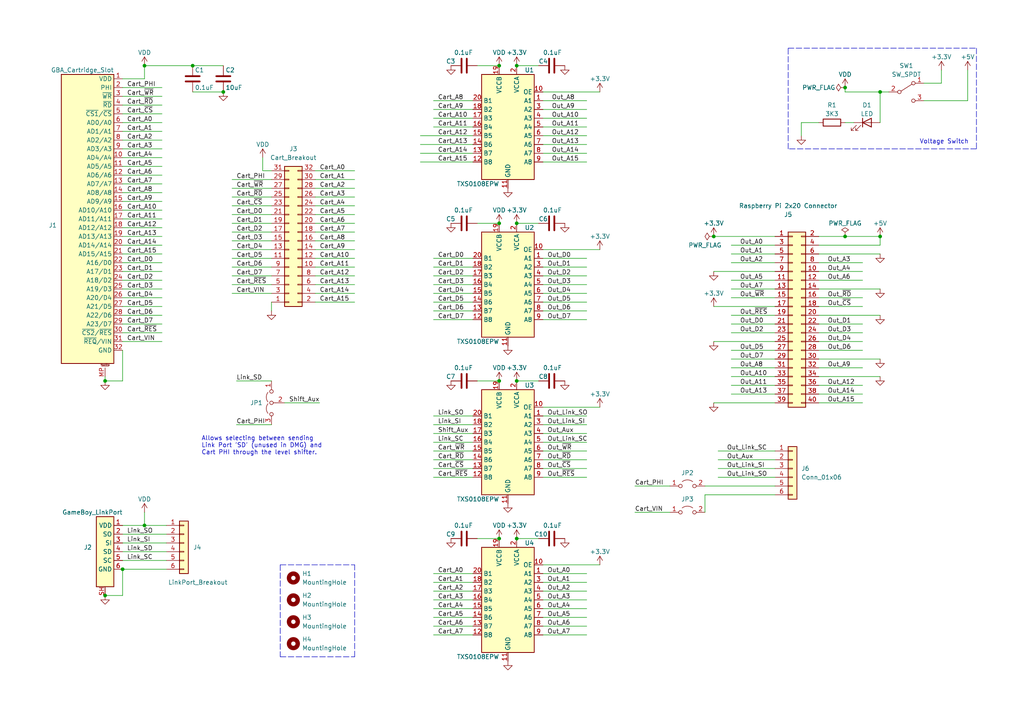
<source format=kicad_sch>
(kicad_sch (version 20211123) (generator eeschema)
  (paper "A4")
  (lib_symbols
    (symbol "Connector_Generic:Conn_01x06" (pin_names (offset 1.016) hide)
      (property "Reference" "J" (at 0 7.62 0))
      (property "Value" "Conn_01x06" (at 0 -10.16 0))
      (symbol "Conn_01x06_1_1"
        (pin passive line (at -5.08 5.08 0) (length 3.81) (name "Pin_1") (number "1"))
        (pin passive line (at -5.08 2.54 0) (length 3.81) (name "Pin_2") (number "2"))
        (pin passive line (at -5.08 0 0) (length 3.81) (name "Pin_3") (number "3"))
        (pin passive line (at -5.08 -2.54 0) (length 3.81) (name "Pin_4") (number "4"))
        (pin passive line (at -5.08 -5.08 0) (length 3.81) (name "Pin_5") (number "5"))
        (pin passive line (at -5.08 -7.62 0) (length 3.81) (name "Pin_6") (number "6"))
      )
    )
    (symbol "Connector_Generic:Conn_02x16_Odd_Even" (pin_names (offset 1.016) hide)
      (property "Reference" "J" (at 1.27 20.32 0))
      (property "Value" "Conn_02x16_Odd_Even" (at 1.27 -22.86 0))
      (symbol "Conn_02x16_Odd_Even_1_1"
        (pin passive line (at -5.08 17.78 0) (length 3.81) (name "Pin_1") (number "1"))
        (pin passive line (at 7.62 7.62 180) (length 3.81) (name "Pin_10") (number "10"))
        (pin passive line (at -5.08 5.08 0) (length 3.81) (name "Pin_11") (number "11"))
        (pin passive line (at 7.62 5.08 180) (length 3.81) (name "Pin_12") (number "12"))
        (pin passive line (at -5.08 2.54 0) (length 3.81) (name "Pin_13") (number "13"))
        (pin passive line (at 7.62 2.54 180) (length 3.81) (name "Pin_14") (number "14"))
        (pin passive line (at -5.08 0 0) (length 3.81) (name "Pin_15") (number "15"))
        (pin passive line (at 7.62 0 180) (length 3.81) (name "Pin_16") (number "16"))
        (pin passive line (at -5.08 -2.54 0) (length 3.81) (name "Pin_17") (number "17"))
        (pin passive line (at 7.62 -2.54 180) (length 3.81) (name "Pin_18") (number "18"))
        (pin passive line (at -5.08 -5.08 0) (length 3.81) (name "Pin_19") (number "19"))
        (pin passive line (at 7.62 17.78 180) (length 3.81) (name "Pin_2") (number "2"))
        (pin passive line (at 7.62 -5.08 180) (length 3.81) (name "Pin_20") (number "20"))
        (pin passive line (at -5.08 -7.62 0) (length 3.81) (name "Pin_21") (number "21"))
        (pin passive line (at 7.62 -7.62 180) (length 3.81) (name "Pin_22") (number "22"))
        (pin passive line (at -5.08 -10.16 0) (length 3.81) (name "Pin_23") (number "23"))
        (pin passive line (at 7.62 -10.16 180) (length 3.81) (name "Pin_24") (number "24"))
        (pin passive line (at -5.08 -12.7 0) (length 3.81) (name "Pin_25") (number "25"))
        (pin passive line (at 7.62 -12.7 180) (length 3.81) (name "Pin_26") (number "26"))
        (pin passive line (at -5.08 -15.24 0) (length 3.81) (name "Pin_27") (number "27"))
        (pin passive line (at 7.62 -15.24 180) (length 3.81) (name "Pin_28") (number "28"))
        (pin passive line (at -5.08 -17.78 0) (length 3.81) (name "Pin_29") (number "29"))
        (pin passive line (at -5.08 15.24 0) (length 3.81) (name "Pin_3") (number "3"))
        (pin passive line (at 7.62 -17.78 180) (length 3.81) (name "Pin_30") (number "30"))
        (pin passive line (at -5.08 -20.32 0) (length 3.81) (name "Pin_31") (number "31"))
        (pin passive line (at 7.62 -20.32 180) (length 3.81) (name "Pin_32") (number "32"))
        (pin passive line (at 7.62 15.24 180) (length 3.81) (name "Pin_4") (number "4"))
        (pin passive line (at -5.08 12.7 0) (length 3.81) (name "Pin_5") (number "5"))
        (pin passive line (at 7.62 12.7 180) (length 3.81) (name "Pin_6") (number "6"))
        (pin passive line (at -5.08 10.16 0) (length 3.81) (name "Pin_7") (number "7"))
        (pin passive line (at 7.62 10.16 180) (length 3.81) (name "Pin_8") (number "8"))
        (pin passive line (at -5.08 7.62 0) (length 3.81) (name "Pin_9") (number "9"))
      )
    )
    (symbol "Connector_Generic:Conn_02x20_Odd_Even" (pin_names (offset 1.016) hide)
      (property "Reference" "J5" (at -1.27 29.21 0))
      (property "Value" "Raspberry Pi 2x20 Connector" (at -1.27 31.75 0))
      (symbol "Conn_02x20_Odd_Even_1_1"
        (pin passive line (at -5.08 22.86 0) (length 3.81) (name "GND") (number "1"))
        (pin passive line (at 7.62 12.7 180) (length 3.81) (name "Zynq_Y19") (number "10"))
        (pin passive line (at -5.08 10.16 0) (length 3.81) (name "Zynq_U7") (number "11"))
        (pin passive line (at 7.62 10.16 180) (length 3.81) (name "Zynq_C20") (number "12"))
        (pin passive line (at -5.08 7.62 0) (length 3.81) (name "Zynq_V7") (number "13"))
        (pin passive line (at 7.62 7.62 180) (length 3.81) (name "GND") (number "14"))
        (pin passive line (at -5.08 5.08 0) (length 3.81) (name "Zynq_U8") (number "15"))
        (pin passive line (at 7.62 5.08 180) (length 3.81) (name "Zynq_W6") (number "16"))
        (pin passive line (at -5.08 2.54 0) (length 3.81) (name "3V3") (number "17"))
        (pin passive line (at 7.62 2.54 180) (length 3.81) (name "Zynq_U18") (number "18"))
        (pin passive line (at -5.08 0 0) (length 3.81) (name "Zynq_V8") (number "19"))
        (pin passive line (at 7.62 22.86 180) (length 3.81) (name "5V") (number "2"))
        (pin passive line (at 7.62 0 180) (length 3.81) (name "GND") (number "20"))
        (pin passive line (at -5.08 -2.54 0) (length 3.81) (name "Zynq_V10") (number "21"))
        (pin passive line (at 7.62 -2.54 180) (length 3.81) (name "Zynq_U19") (number "22"))
        (pin passive line (at -5.08 -5.08 0) (length 3.81) (name "Zynq_W10") (number "23"))
        (pin passive line (at 7.62 -5.08 180) (length 3.81) (name "Zynq_F19") (number "24"))
        (pin passive line (at -5.08 -7.62 0) (length 3.81) (name "GND") (number "25"))
        (pin passive line (at 7.62 -7.62 180) (length 3.81) (name "Zynq_F20") (number "26"))
        (pin passive line (at -5.08 -10.16 0) (length 3.81) (name "Zynq_Y16") (number "27"))
        (pin passive line (at 7.62 -10.16 180) (length 3.81) (name "Zynq_Y17") (number "28"))
        (pin passive line (at -5.08 -12.7 0) (length 3.81) (name "Zynq_Y6") (number "29"))
        (pin passive line (at -5.08 20.32 0) (length 3.81) (name "Zynq_W18") (number "3"))
        (pin passive line (at 7.62 -12.7 180) (length 3.81) (name "GND") (number "30"))
        (pin passive line (at -5.08 -15.24 0) (length 3.81) (name "Zynq_Y7") (number "31"))
        (pin passive line (at 7.62 -15.24 180) (length 3.81) (name "Zynq_B20") (number "32"))
        (pin passive line (at -5.08 -17.78 0) (length 3.81) (name "Zynq_W8") (number "33"))
        (pin passive line (at 7.62 -17.78 180) (length 3.81) (name "GND") (number "34"))
        (pin passive line (at -5.08 -20.32 0) (length 3.81) (name "Zynq_Y8") (number "35"))
        (pin passive line (at 7.62 -20.32 180) (length 3.81) (name "Zynq_B19") (number "36"))
        (pin passive line (at -5.08 -22.86 0) (length 3.81) (name "Zynq_W9") (number "37"))
        (pin passive line (at 7.62 -22.86 180) (length 3.81) (name "Zynq_A20") (number "38"))
        (pin passive line (at -5.08 -25.4 0) (length 3.81) (name "GND") (number "39"))
        (pin passive line (at 7.62 20.32 180) (length 3.81) (name "5V") (number "4"))
        (pin passive line (at 7.62 -25.4 180) (length 3.81) (name "Zynq_Y9") (number "40"))
        (pin passive line (at -5.08 17.78 0) (length 3.81) (name "Zynq_W19") (number "5"))
        (pin passive line (at 7.62 17.78 180) (length 3.81) (name "GND") (number "6"))
        (pin passive line (at -5.08 15.24 0) (length 3.81) (name "Zynq_V6") (number "7"))
        (pin passive line (at 7.62 15.24 180) (length 3.81) (name "Zynq_Y18") (number "8"))
        (pin passive line (at -5.08 12.7 0) (length 3.81) (name "GND") (number "9"))
      )
    )
    (symbol "Device:C" (pin_numbers hide) (pin_names (offset 0.254))
      (property "Reference" "C" (at 0.635 2.54 0))
      (property "Value" "C" (at 0.635 -2.54 0))
      (symbol "C_1_1"
        (pin passive line (at 0 3.81 270) (length 2.794) (name "~") (number "1"))
        (pin passive line (at 0 -3.81 90) (length 2.794) (name "~") (number "2"))
      )
    )
    (symbol "Device:LED" (pin_numbers hide) (pin_names (offset 1.016) hide)
      (property "Reference" "D" (at 0 2.54 0))
      (property "Value" "LED" (at 0 -2.54 0))
      (symbol "LED_1_1"
        (pin passive line (at -3.81 0 0) (length 2.54) (name "K") (number "1"))
        (pin passive line (at 3.81 0 180) (length 2.54) (name "A") (number "2"))
      )
    )
    (symbol "Device:R" (pin_numbers hide) (pin_names (offset 0))
      (property "Reference" "R" (at 2.032 0 90))
      (property "Value" "R" (at 0 0 90))
      (symbol "R_1_1"
        (pin passive line (at 0 3.81 270) (length 1.27) (name "~") (number "1"))
        (pin passive line (at 0 -3.81 90) (length 1.27) (name "~") (number "2"))
      )
    )
    (symbol "Gekkio_Connector_Specialized:GameBoyAdvance_Cartridge_MountingPin"
      (property "Reference" "J" (at -5.08 43.18 0))
      (property "Value" "GameBoyAdvance_Cartridge_MountingPin" (at -3.81 -44.45 0))
      (symbol "GameBoyAdvance_Cartridge_MountingPin_1_1"
        (text "Mounting" (at -5.08 -42.291 0) (effects (font (size 0.381 0.381))))
        (pin passive line (at -10.16 40.64 0) (length 2.54) (name "VDD") (number "1"))
        (pin passive line (at -10.16 17.78 0) (length 2.54) (name "AD4/A4") (number "10"))
        (pin passive line (at -10.16 15.24 0) (length 2.54) (name "AD5/A5") (number "11"))
        (pin passive line (at -10.16 12.7 0) (length 2.54) (name "AD6/A6") (number "12"))
        (pin passive line (at -10.16 10.16 0) (length 2.54) (name "AD7/A7") (number "13"))
        (pin passive line (at -10.16 7.62 0) (length 2.54) (name "AD8/A8") (number "14"))
        (pin passive line (at -10.16 5.08 0) (length 2.54) (name "AD9/A9") (number "15"))
        (pin passive line (at -10.16 2.54 0) (length 2.54) (name "AD10/A10") (number "16"))
        (pin passive line (at -10.16 0 0) (length 2.54) (name "AD11/A11") (number "17"))
        (pin passive line (at -10.16 -2.54 0) (length 2.54) (name "AD12/A12") (number "18"))
        (pin passive line (at -10.16 -5.08 0) (length 2.54) (name "AD13/A13") (number "19"))
        (pin passive line (at -10.16 38.1 0) (length 2.54) (name "PHI") (number "2"))
        (pin passive line (at -10.16 -7.62 0) (length 2.54) (name "AD14/A14") (number "20"))
        (pin passive line (at -10.16 -10.16 0) (length 2.54) (name "AD15/A15") (number "21"))
        (pin passive line (at -10.16 -12.7 0) (length 2.54) (name "A16/D0") (number "22"))
        (pin passive line (at -10.16 -15.24 0) (length 2.54) (name "A17/D1") (number "23"))
        (pin passive line (at -10.16 -17.78 0) (length 2.54) (name "A18/D2") (number "24"))
        (pin passive line (at -10.16 -20.32 0) (length 2.54) (name "A19/D3") (number "25"))
        (pin passive line (at -10.16 -22.86 0) (length 2.54) (name "A20/D4") (number "26"))
        (pin passive line (at -10.16 -25.4 0) (length 2.54) (name "A21/D5") (number "27"))
        (pin passive line (at -10.16 -27.94 0) (length 2.54) (name "A22/D6") (number "28"))
        (pin passive line (at -10.16 -30.48 0) (length 2.54) (name "A23/D7") (number "29"))
        (pin passive line (at -10.16 35.56 0) (length 2.54) (name "~{WR}") (number "3"))
        (pin passive line (at -10.16 -33.02 0) (length 2.54) (name "~{CS2}/~{RES}") (number "30"))
        (pin passive line (at -10.16 -35.56 0) (length 2.54) (name "~{REQ}/VIN") (number "31"))
        (pin passive line (at -10.16 -38.1 0) (length 2.54) (name "GND") (number "32"))
        (pin passive line (at -10.16 33.02 0) (length 2.54) (name "~{RD}") (number "4"))
        (pin passive line (at -10.16 30.48 0) (length 2.54) (name "~{CS1}/~{CS}") (number "5"))
        (pin passive line (at -10.16 27.94 0) (length 2.54) (name "AD0/A0") (number "6"))
        (pin passive line (at -10.16 25.4 0) (length 2.54) (name "AD1/A1") (number "7"))
        (pin passive line (at -10.16 22.86 0) (length 2.54) (name "AD2/A2") (number "8"))
        (pin passive line (at -10.16 20.32 0) (length 2.54) (name "AD3/A3") (number "9"))
        (pin passive line (at -5.08 -45.72 90) (length 2.54) (name "~") (number "MP"))
      )
    )
    (symbol "Gekkio_Connector_Specialized:GameBoy_LinkPort"
      (property "Reference" "J" (at 0 13.97 0))
      (property "Value" "GameBoy_LinkPort" (at 0 11.43 0))
      (symbol "GameBoy_LinkPort_1_1"
        (pin passive line (at -5.08 7.62 0) (length 2.54) (name "VDD") (number "1"))
        (pin passive line (at -5.08 5.08 0) (length 2.54) (name "SO") (number "2"))
        (pin passive line (at -5.08 2.54 0) (length 2.54) (name "SI") (number "3"))
        (pin passive line (at -5.08 0 0) (length 2.54) (name "SD") (number "4"))
        (pin passive line (at -5.08 -2.54 0) (length 2.54) (name "SC") (number "5"))
        (pin passive line (at -5.08 -5.08 0) (length 2.54) (name "GND") (number "6"))
        (pin passive line (at 0 -12.7 90) (length 2.54) (name "~") (number "SH"))
      )
    )
    (symbol "Jumper:Jumper_2_Open" (pin_names (offset 0) hide)
      (property "Reference" "JP" (at 0 2.794 0))
      (property "Value" "Jumper_2_Open" (at 0 -2.286 0))
      (symbol "Jumper_2_Open_1_1"
        (pin passive line (at -5.08 0 0) (length 2.54) (name "A") (number "1"))
        (pin passive line (at 5.08 0 180) (length 2.54) (name "B") (number "2"))
      )
    )
    (symbol "Jumper:Jumper_3_Open" (pin_names (offset 0) hide)
      (property "Reference" "JP" (at -2.54 -2.54 0))
      (property "Value" "Jumper_3_Open" (at 0 2.794 0))
      (symbol "Jumper_3_Open_1_1"
        (pin passive line (at -6.35 0 0) (length 2.54) (name "A") (number "1"))
        (pin passive line (at 0 -3.81 90) (length 2.54) (name "C") (number "2"))
        (pin passive line (at 6.35 0 180) (length 2.54) (name "B") (number "3"))
      )
    )
    (symbol "Logic_LevelTranslator:TXS0108EPW"
      (property "Reference" "U" (at -6.35 16.51 0))
      (property "Value" "TXS0108EPW" (at 3.81 16.51 0))
      (symbol "TXS0108EPW_1_1"
        (pin bidirectional line (at -10.16 7.62 0) (length 2.54) (name "A1") (number "1"))
        (pin input line (at -10.16 10.16 0) (length 2.54) (name "OE") (number "10"))
        (pin power_in line (at 0 -17.78 90) (length 2.54) (name "GND") (number "11"))
        (pin bidirectional line (at 10.16 -10.16 180) (length 2.54) (name "B8") (number "12"))
        (pin bidirectional line (at 10.16 -7.62 180) (length 2.54) (name "B7") (number "13"))
        (pin bidirectional line (at 10.16 -5.08 180) (length 2.54) (name "B6") (number "14"))
        (pin bidirectional line (at 10.16 -2.54 180) (length 2.54) (name "B5") (number "15"))
        (pin bidirectional line (at 10.16 0 180) (length 2.54) (name "B4") (number "16"))
        (pin bidirectional line (at 10.16 2.54 180) (length 2.54) (name "B3") (number "17"))
        (pin bidirectional line (at 10.16 5.08 180) (length 2.54) (name "B2") (number "18"))
        (pin power_in line (at 2.54 17.78 270) (length 2.54) (name "VCCB") (number "19"))
        (pin power_in line (at -2.54 17.78 270) (length 2.54) (name "VCCA") (number "2"))
        (pin bidirectional line (at 10.16 7.62 180) (length 2.54) (name "B1") (number "20"))
        (pin bidirectional line (at -10.16 5.08 0) (length 2.54) (name "A2") (number "3"))
        (pin bidirectional line (at -10.16 2.54 0) (length 2.54) (name "A3") (number "4"))
        (pin bidirectional line (at -10.16 0 0) (length 2.54) (name "A4") (number "5"))
        (pin bidirectional line (at -10.16 -2.54 0) (length 2.54) (name "A5") (number "6"))
        (pin bidirectional line (at -10.16 -5.08 0) (length 2.54) (name "A6") (number "7"))
        (pin bidirectional line (at -10.16 -7.62 0) (length 2.54) (name "A7") (number "8"))
        (pin bidirectional line (at -10.16 -10.16 0) (length 2.54) (name "A8") (number "9"))
      )
    )
    (symbol "Mechanical:MountingHole" (pin_names (offset 1.016))
      (property "Reference" "H" (at 0 5.08 0))
      (property "Value" "MountingHole" (at 0 3.175 0))
    )
    (symbol "Switch:SW_SPDT" (pin_names (offset 0) hide)
      (property "Reference" "SW" (at 0 4.318 0))
      (property "Value" "SW_SPDT" (at 0 -5.08 0))
      (symbol "SW_SPDT_1_1"
        (pin passive line (at 5.08 2.54 180) (length 2.54) (name "A") (number "1"))
        (pin passive line (at -5.08 0 0) (length 2.54) (name "B") (number "2"))
        (pin passive line (at 5.08 -2.54 180) (length 2.54) (name "C") (number "3"))
      )
    )
    (symbol "power:+3.3V" (power) (pin_names (offset 0))
      (property "Value" "+3.3V" (at 0 3.556 0))
      (symbol "+3.3V_1_1"
        (pin power_in line (at 0 0 90) (length 0) hide (name "+3.3V") (number "1"))
      )
    )
    (symbol "power:+5V" (power) (pin_names (offset 0))
      (property "Value" "+5V" (at 0 3.556 0))
      (symbol "+5V_1_1"
        (pin power_in line (at 0 0 90) (length 0) hide (name "+5V") (number "1"))
      )
    )
    (symbol "power:GND" (power) (pin_names (offset 0))
      (property "Value" "GND" (at 0 -3.81 0))
      (symbol "GND_1_1"
        (pin power_in line (at 0 0 270) (length 0) hide (name "GND") (number "1"))
      )
    )
    (symbol "power:PWR_FLAG" (power) (pin_numbers hide) (pin_names (offset 0) hide)
      (property "Value" "PWR_FLAG" (at 0 3.81 0))
      (symbol "PWR_FLAG_0_0"
        (pin power_out line (at 0 0 90) (length 0) (name "pwr") (number "1"))
      )
    )
    (symbol "power:VDD" (power) (pin_names (offset 0))
      (property "Value" "VDD" (at 0 3.81 0))
      (symbol "VDD_1_1"
        (pin power_in line (at 0 0 90) (length 0) hide (name "VDD") (number "1"))
      )
    )
  )
  (junction (at 144.78 19.05))
  (junction (at 30.48 110.49))
  (junction (at 245.11 68.58))
  (junction (at 64.77 26.67))
  (junction (at 144.78 64.77))
  (junction (at 144.78 156.21))
  (junction (at 245.11 25.4))
  (junction (at 30.48 172.72))
  (junction (at 255.27 68.58))
  (junction (at 255.27 26.67))
  (junction (at 35.56 165.1))
  (junction (at 149.86 19.05))
  (junction (at 55.88 19.05))
  (junction (at 149.86 110.49))
  (junction (at 149.86 156.21))
  (junction (at 41.91 152.4))
  (junction (at 144.78 110.49))
  (junction (at 207.01 68.58))
  (junction (at 41.91 19.05))
  (junction (at 149.86 64.77))
  (polyline (pts (xy 81.28 190.5) (xy 102.87 190.5)))
  (wire (pts (xy 237.49 114.3) (xy 250.19 114.3)))
  (wire (pts (xy 157.48 46.99) (xy 170.18 46.99)))
  (wire (pts (xy 67.31 59.69) (xy 78.74 59.69)))
  (wire (pts (xy 212.09 96.52) (xy 224.79 96.52)))
  (wire (pts (xy 157.48 74.93) (xy 170.18 74.93)))
  (wire (pts (xy 208.28 135.89) (xy 224.79 135.89)))
  (wire (pts (xy 121.92 44.45) (xy 137.16 44.45)))
  (wire (pts (xy 35.56 96.52) (xy 46.99 96.52)))
  (wire (pts (xy 125.73 179.07) (xy 137.16 179.07)))
  (wire (pts (xy 125.73 166.37) (xy 137.16 166.37)))
  (wire (pts (xy 121.92 46.99) (xy 137.16 46.99)))
  (wire (pts (xy 157.48 163.83) (xy 173.99 163.83)))
  (wire (pts (xy 273.05 24.13) (xy 273.05 20.32)))
  (wire (pts (xy 35.56 58.42) (xy 46.99 58.42)))
  (wire (pts (xy 280.67 20.32) (xy 280.67 29.21)))
  (wire (pts (xy 157.48 173.99) (xy 170.18 173.99)))
  (wire (pts (xy 208.28 133.35) (xy 224.79 133.35)))
  (wire (pts (xy 157.48 171.45) (xy 170.18 171.45)))
  (wire (pts (xy 125.73 34.29) (xy 137.16 34.29)))
  (wire (pts (xy 35.56 30.48) (xy 46.99 30.48)))
  (wire (pts (xy 91.44 57.15) (xy 102.87 57.15)))
  (wire (pts (xy 41.91 19.05) (xy 41.91 22.86)))
  (wire (pts (xy 68.58 110.49) (xy 78.74 110.49)))
  (wire (pts (xy 212.09 81.28) (xy 224.79 81.28)))
  (wire (pts (xy 91.44 72.39) (xy 102.87 72.39)))
  (wire (pts (xy 35.56 88.9) (xy 46.99 88.9)))
  (wire (pts (xy 76.2 45.72) (xy 76.2 49.53)))
  (wire (pts (xy 237.49 71.12) (xy 255.27 71.12)))
  (wire (pts (xy 125.73 133.35) (xy 137.16 133.35)))
  (wire (pts (xy 30.48 110.49) (xy 35.56 110.49)))
  (wire (pts (xy 157.48 29.21) (xy 170.18 29.21)))
  (wire (pts (xy 208.28 138.43) (xy 224.79 138.43)))
  (wire (pts (xy 212.09 93.98) (xy 224.79 93.98)))
  (wire (pts (xy 125.73 92.71) (xy 137.16 92.71)))
  (wire (pts (xy 35.56 60.96) (xy 46.99 60.96)))
  (wire (pts (xy 35.56 172.72) (xy 30.48 172.72)))
  (wire (pts (xy 121.92 41.91) (xy 137.16 41.91)))
  (wire (pts (xy 212.09 83.82) (xy 224.79 83.82)))
  (wire (pts (xy 212.09 111.76) (xy 224.79 111.76)))
  (wire (pts (xy 157.48 181.61) (xy 170.18 181.61)))
  (polyline (pts (xy 228.6 13.97) (xy 283.21 13.97)))
  (wire (pts (xy 237.49 106.68) (xy 250.19 106.68)))
  (wire (pts (xy 157.48 176.53) (xy 170.18 176.53)))
  (wire (pts (xy 35.56 33.02) (xy 46.99 33.02)))
  (wire (pts (xy 267.97 29.21) (xy 280.67 29.21)))
  (wire (pts (xy 67.31 57.15) (xy 78.74 57.15)))
  (wire (pts (xy 91.44 52.07) (xy 102.87 52.07)))
  (wire (pts (xy 55.88 26.67) (xy 64.77 26.67)))
  (wire (pts (xy 41.91 148.59) (xy 41.91 152.4)))
  (wire (pts (xy 125.73 90.17) (xy 137.16 90.17)))
  (wire (pts (xy 67.31 82.55) (xy 78.74 82.55)))
  (wire (pts (xy 91.44 74.93) (xy 102.87 74.93)))
  (wire (pts (xy 35.56 35.56) (xy 46.99 35.56)))
  (wire (pts (xy 157.48 82.55) (xy 170.18 82.55)))
  (wire (pts (xy 67.31 62.23) (xy 78.74 62.23)))
  (wire (pts (xy 67.31 72.39) (xy 78.74 72.39)))
  (wire (pts (xy 255.27 68.58) (xy 255.27 71.12)))
  (wire (pts (xy 35.56 43.18) (xy 46.99 43.18)))
  (wire (pts (xy 35.56 152.4) (xy 41.91 152.4)))
  (wire (pts (xy 41.91 19.05) (xy 55.88 19.05)))
  (wire (pts (xy 76.2 49.53) (xy 78.74 49.53)))
  (wire (pts (xy 184.15 148.59) (xy 194.31 148.59)))
  (wire (pts (xy 35.56 66.04) (xy 46.99 66.04)))
  (wire (pts (xy 125.73 77.47) (xy 137.16 77.47)))
  (wire (pts (xy 237.49 88.9) (xy 250.19 88.9)))
  (wire (pts (xy 91.44 62.23) (xy 102.87 62.23)))
  (wire (pts (xy 157.48 179.07) (xy 170.18 179.07)))
  (wire (pts (xy 237.49 111.76) (xy 250.19 111.76)))
  (wire (pts (xy 67.31 80.01) (xy 78.74 80.01)))
  (wire (pts (xy 125.73 168.91) (xy 137.16 168.91)))
  (wire (pts (xy 184.15 140.97) (xy 194.31 140.97)))
  (wire (pts (xy 237.49 104.14) (xy 255.27 104.14)))
  (wire (pts (xy 157.48 39.37) (xy 170.18 39.37)))
  (wire (pts (xy 267.97 24.13) (xy 273.05 24.13)))
  (wire (pts (xy 237.49 73.66) (xy 255.27 73.66)))
  (wire (pts (xy 67.31 54.61) (xy 78.74 54.61)))
  (wire (pts (xy 157.48 34.29) (xy 170.18 34.29)))
  (wire (pts (xy 237.49 83.82) (xy 255.27 83.82)))
  (wire (pts (xy 35.56 73.66) (xy 46.99 73.66)))
  (wire (pts (xy 138.43 110.49) (xy 144.78 110.49)))
  (wire (pts (xy 91.44 49.53) (xy 102.87 49.53)))
  (wire (pts (xy 125.73 29.21) (xy 137.16 29.21)))
  (wire (pts (xy 35.56 22.86) (xy 41.91 22.86)))
  (wire (pts (xy 207.01 88.9) (xy 224.79 88.9)))
  (wire (pts (xy 237.49 96.52) (xy 250.19 96.52)))
  (wire (pts (xy 212.09 91.44) (xy 224.79 91.44)))
  (wire (pts (xy 35.56 53.34) (xy 46.99 53.34)))
  (wire (pts (xy 237.49 99.06) (xy 250.19 99.06)))
  (wire (pts (xy 237.49 116.84) (xy 250.19 116.84)))
  (wire (pts (xy 138.43 64.77) (xy 144.78 64.77)))
  (wire (pts (xy 125.73 80.01) (xy 137.16 80.01)))
  (wire (pts (xy 125.73 138.43) (xy 137.16 138.43)))
  (wire (pts (xy 208.28 130.81) (xy 224.79 130.81)))
  (wire (pts (xy 35.56 99.06) (xy 46.99 99.06)))
  (wire (pts (xy 157.48 92.71) (xy 170.18 92.71)))
  (wire (pts (xy 237.49 86.36) (xy 250.19 86.36)))
  (wire (pts (xy 232.41 35.56) (xy 232.41 39.37)))
  (wire (pts (xy 237.49 93.98) (xy 250.19 93.98)))
  (wire (pts (xy 157.48 87.63) (xy 170.18 87.63)))
  (wire (pts (xy 212.09 76.2) (xy 224.79 76.2)))
  (wire (pts (xy 207.01 99.06) (xy 224.79 99.06)))
  (wire (pts (xy 67.31 85.09) (xy 78.74 85.09)))
  (wire (pts (xy 212.09 109.22) (xy 224.79 109.22)))
  (wire (pts (xy 30.48 109.22) (xy 30.48 110.49)))
  (wire (pts (xy 237.49 109.22) (xy 255.27 109.22)))
  (wire (pts (xy 125.73 36.83) (xy 137.16 36.83)))
  (wire (pts (xy 35.56 91.44) (xy 46.99 91.44)))
  (wire (pts (xy 35.56 165.1) (xy 48.26 165.1)))
  (wire (pts (xy 255.27 26.67) (xy 255.27 35.56)))
  (wire (pts (xy 157.48 90.17) (xy 170.18 90.17)))
  (wire (pts (xy 35.56 40.64) (xy 46.99 40.64)))
  (wire (pts (xy 212.09 101.6) (xy 224.79 101.6)))
  (wire (pts (xy 157.48 31.75) (xy 170.18 31.75)))
  (polyline (pts (xy 283.21 43.18) (xy 228.6 43.18)))
  (wire (pts (xy 68.58 123.19) (xy 78.74 123.19)))
  (wire (pts (xy 157.48 120.65) (xy 170.18 120.65)))
  (wire (pts (xy 204.47 140.97) (xy 224.79 140.97)))
  (wire (pts (xy 125.73 135.89) (xy 137.16 135.89)))
  (wire (pts (xy 157.48 85.09) (xy 170.18 85.09)))
  (wire (pts (xy 157.48 80.01) (xy 170.18 80.01)))
  (wire (pts (xy 212.09 104.14) (xy 224.79 104.14)))
  (wire (pts (xy 35.56 81.28) (xy 46.99 81.28)))
  (wire (pts (xy 157.48 26.67) (xy 173.99 26.67)))
  (wire (pts (xy 125.73 87.63) (xy 137.16 87.63)))
  (wire (pts (xy 125.73 181.61) (xy 137.16 181.61)))
  (wire (pts (xy 35.56 157.48) (xy 48.26 157.48)))
  (wire (pts (xy 125.73 82.55) (xy 137.16 82.55)))
  (wire (pts (xy 67.31 77.47) (xy 78.74 77.47)))
  (polyline (pts (xy 102.87 190.5) (xy 102.87 163.83)))
  (wire (pts (xy 35.56 83.82) (xy 46.99 83.82)))
  (wire (pts (xy 157.48 72.39) (xy 173.99 72.39)))
  (wire (pts (xy 157.48 133.35) (xy 170.18 133.35)))
  (wire (pts (xy 157.48 36.83) (xy 170.18 36.83)))
  (wire (pts (xy 125.73 74.93) (xy 137.16 74.93)))
  (wire (pts (xy 35.56 86.36) (xy 46.99 86.36)))
  (wire (pts (xy 35.56 55.88) (xy 46.99 55.88)))
  (wire (pts (xy 35.56 71.12) (xy 46.99 71.12)))
  (wire (pts (xy 125.73 171.45) (xy 137.16 171.45)))
  (wire (pts (xy 91.44 64.77) (xy 102.87 64.77)))
  (wire (pts (xy 35.56 154.94) (xy 48.26 154.94)))
  (wire (pts (xy 125.73 120.65) (xy 137.16 120.65)))
  (wire (pts (xy 67.31 64.77) (xy 78.74 64.77)))
  (wire (pts (xy 82.55 116.84) (xy 92.71 116.84)))
  (wire (pts (xy 157.48 135.89) (xy 170.18 135.89)))
  (wire (pts (xy 35.56 172.72) (xy 35.56 165.1)))
  (wire (pts (xy 125.73 85.09) (xy 137.16 85.09)))
  (wire (pts (xy 78.74 87.63) (xy 78.74 90.17)))
  (wire (pts (xy 237.49 101.6) (xy 250.19 101.6)))
  (wire (pts (xy 207.01 68.58) (xy 224.79 68.58)))
  (wire (pts (xy 35.56 162.56) (xy 48.26 162.56)))
  (wire (pts (xy 237.49 76.2) (xy 250.19 76.2)))
  (wire (pts (xy 91.44 54.61) (xy 102.87 54.61)))
  (wire (pts (xy 156.21 64.77) (xy 149.86 64.77)))
  (wire (pts (xy 125.73 130.81) (xy 137.16 130.81)))
  (wire (pts (xy 35.56 160.02) (xy 48.26 160.02)))
  (wire (pts (xy 212.09 106.68) (xy 224.79 106.68)))
  (wire (pts (xy 237.49 68.58) (xy 245.11 68.58)))
  (polyline (pts (xy 81.28 163.83) (xy 81.28 190.5)))
  (wire (pts (xy 156.21 110.49) (xy 149.86 110.49)))
  (wire (pts (xy 237.49 81.28) (xy 250.19 81.28)))
  (wire (pts (xy 125.73 31.75) (xy 137.16 31.75)))
  (wire (pts (xy 35.56 93.98) (xy 46.99 93.98)))
  (wire (pts (xy 55.88 19.05) (xy 64.77 19.05)))
  (wire (pts (xy 156.21 19.05) (xy 149.86 19.05)))
  (wire (pts (xy 212.09 73.66) (xy 224.79 73.66)))
  (wire (pts (xy 237.49 35.56) (xy 232.41 35.56)))
  (wire (pts (xy 157.48 138.43) (xy 170.18 138.43)))
  (wire (pts (xy 212.09 71.12) (xy 224.79 71.12)))
  (wire (pts (xy 237.49 78.74) (xy 250.19 78.74)))
  (wire (pts (xy 157.48 128.27) (xy 170.18 128.27)))
  (wire (pts (xy 91.44 77.47) (xy 102.87 77.47)))
  (wire (pts (xy 67.31 74.93) (xy 78.74 74.93)))
  (wire (pts (xy 212.09 114.3) (xy 224.79 114.3)))
  (wire (pts (xy 91.44 87.63) (xy 102.87 87.63)))
  (wire (pts (xy 204.47 148.59) (xy 204.47 143.51)))
  (wire (pts (xy 125.73 125.73) (xy 137.16 125.73)))
  (wire (pts (xy 255.27 26.67) (xy 257.81 26.67)))
  (wire (pts (xy 35.56 63.5) (xy 46.99 63.5)))
  (wire (pts (xy 212.09 86.36) (xy 224.79 86.36)))
  (wire (pts (xy 35.56 27.94) (xy 46.99 27.94)))
  (wire (pts (xy 67.31 52.07) (xy 78.74 52.07)))
  (wire (pts (xy 67.31 67.31) (xy 78.74 67.31)))
  (wire (pts (xy 157.48 168.91) (xy 170.18 168.91)))
  (wire (pts (xy 138.43 156.21) (xy 144.78 156.21)))
  (wire (pts (xy 156.21 156.21) (xy 149.86 156.21)))
  (polyline (pts (xy 81.28 163.83) (xy 102.87 163.83)))
  (wire (pts (xy 35.56 50.8) (xy 46.99 50.8)))
  (wire (pts (xy 157.48 125.73) (xy 170.18 125.73)))
  (wire (pts (xy 35.56 76.2) (xy 46.99 76.2)))
  (wire (pts (xy 207.01 116.84) (xy 224.79 116.84)))
  (wire (pts (xy 245.11 26.67) (xy 245.11 25.4)))
  (wire (pts (xy 35.56 110.49) (xy 35.56 101.6)))
  (wire (pts (xy 207.01 78.74) (xy 224.79 78.74)))
  (wire (pts (xy 157.48 123.19) (xy 170.18 123.19)))
  (wire (pts (xy 125.73 128.27) (xy 137.16 128.27)))
  (wire (pts (xy 91.44 67.31) (xy 102.87 67.31)))
  (wire (pts (xy 157.48 184.15) (xy 170.18 184.15)))
  (wire (pts (xy 121.92 39.37) (xy 137.16 39.37)))
  (polyline (pts (xy 283.21 13.97) (xy 283.21 43.18)))
  (wire (pts (xy 157.48 77.47) (xy 170.18 77.47)))
  (wire (pts (xy 91.44 80.01) (xy 102.87 80.01)))
  (wire (pts (xy 91.44 85.09) (xy 102.87 85.09)))
  (wire (pts (xy 125.73 173.99) (xy 137.16 173.99)))
  (wire (pts (xy 245.11 35.56) (xy 247.65 35.56)))
  (wire (pts (xy 157.48 41.91) (xy 170.18 41.91)))
  (wire (pts (xy 157.48 166.37) (xy 170.18 166.37)))
  (wire (pts (xy 35.56 68.58) (xy 46.99 68.58)))
  (wire (pts (xy 157.48 118.11) (xy 173.99 118.11)))
  (wire (pts (xy 157.48 44.45) (xy 170.18 44.45)))
  (wire (pts (xy 67.31 69.85) (xy 78.74 69.85)))
  (wire (pts (xy 245.11 26.67) (xy 255.27 26.67)))
  (wire (pts (xy 35.56 78.74) (xy 46.99 78.74)))
  (wire (pts (xy 138.43 19.05) (xy 144.78 19.05)))
  (wire (pts (xy 125.73 184.15) (xy 137.16 184.15)))
  (wire (pts (xy 157.48 130.81) (xy 170.18 130.81)))
  (wire (pts (xy 245.11 68.58) (xy 255.27 68.58)))
  (wire (pts (xy 204.47 143.51) (xy 224.79 143.51)))
  (wire (pts (xy 125.73 176.53) (xy 137.16 176.53)))
  (wire (pts (xy 125.73 123.19) (xy 137.16 123.19)))
  (wire (pts (xy 41.91 152.4) (xy 48.26 152.4)))
  (wire (pts (xy 237.49 91.44) (xy 255.27 91.44)))
  (wire (pts (xy 35.56 38.1) (xy 46.99 38.1)))
  (wire (pts (xy 91.44 59.69) (xy 102.87 59.69)))
  (wire (pts (xy 35.56 45.72) (xy 46.99 45.72)))
  (wire (pts (xy 91.44 69.85) (xy 102.87 69.85)))
  (wire (pts (xy 35.56 25.4) (xy 46.99 25.4)))
  (wire (pts (xy 91.44 82.55) (xy 102.87 82.55)))
  (polyline (pts (xy 228.6 43.18) (xy 228.6 13.97)))
  (wire (pts (xy 35.56 48.26) (xy 46.99 48.26)))
  (text "Voltage Switch\n" (at 266.7 41.91 0) (effects (font (size 1.27 1.27)) (justify left bottom)))
  (text "Allows selecting between sending\nLink Port 'SD' (unused in DMG) and\nCart PHI through the level shifter." (at 58.42 132.08 0) (effects (font (size 1.27 1.27)) (justify left bottom)))
  (label "Out_A9" (at 160.02 31.75 0))
  (label "Out_~{RES}" (at 158.75 138.43 0))
  (label "Cart_D1" (at 36.83 78.74 0))
  (label "Link_SC" (at 127 128.27 0))
  (label "Cart_D4" (at 127 85.09 0))
  (label "Cart_D4" (at 36.83 86.36 0))
  (label "Cart_A14" (at 127 44.45 0))
  (label "Cart_A10" (at 127 34.29 0))
  (label "Cart_A4" (at 36.83 45.72 0))
  (label "Link_SI" (at 127 123.19 0))
  (label "Cart_A6" (at 36.83 50.8 0))
  (label "Out_D4" (at 158.75 85.09 0))
  (label "Out_Link_SI" (at 210.82 135.89 0))
  (label "Out_Link_SI" (at 158.75 123.19 0))
  (label "Shift_Aux" (at 83.82 116.84 0))
  (label "Out_D2" (at 214.63 96.52 0))
  (label "Cart_A15" (at 36.83 73.66 0))
  (label "Out_A14" (at 240.03 114.3 0))
  (label "Shift_Aux" (at 127 125.73 0))
  (label "Cart_D7" (at 127 92.71 0))
  (label "Cart_A5" (at 92.71 62.23 0))
  (label "Cart_D7" (at 36.83 93.98 0))
  (label "Link_SO" (at 36.83 154.94 0))
  (label "Cart_A8" (at 92.71 69.85 0))
  (label "Link_SO" (at 127 120.65 0))
  (label "Out_D7" (at 214.63 104.14 0))
  (label "Out_A13" (at 214.63 114.3 0))
  (label "Cart_A9" (at 92.71 72.39 0))
  (label "Cart_D7" (at 68.58 80.01 0))
  (label "Cart_PHI" (at 68.58 123.19 0))
  (label "Cart_A8" (at 36.83 55.88 0))
  (label "Out_A11" (at 160.02 36.83 0))
  (label "Cart_~{WR}" (at 36.83 27.94 0))
  (label "Cart_D3" (at 68.58 69.85 0))
  (label "Out_D0" (at 214.63 93.98 0))
  (label "Cart_D3" (at 36.83 83.82 0))
  (label "Out_A6" (at 158.75 181.61 0))
  (label "Out_A15" (at 240.03 116.84 0))
  (label "Cart_A10" (at 36.83 60.96 0))
  (label "Out_~{CS}" (at 240.03 88.9 0))
  (label "Cart_A14" (at 92.71 85.09 0))
  (label "Cart_A11" (at 92.71 77.47 0))
  (label "Link_SD" (at 68.58 110.49 0))
  (label "Out_A2" (at 214.63 76.2 0))
  (label "Cart_~{CS}" (at 127 135.89 0))
  (label "Cart_A0" (at 92.71 49.53 0))
  (label "Cart_A4" (at 127 176.53 0))
  (label "Out_A8" (at 214.63 106.68 0))
  (label "Cart_VIN" (at 68.58 85.09 0))
  (label "Cart_~{WR}" (at 127 130.81 0))
  (label "Cart_A10" (at 92.71 74.93 0))
  (label "Cart_A13" (at 92.71 82.55 0))
  (label "Cart_~{RES}" (at 127 138.43 0))
  (label "Cart_D5" (at 36.83 88.9 0))
  (label "Cart_A3" (at 127 173.99 0))
  (label "Cart_D0" (at 127 74.93 0))
  (label "Cart_A5" (at 127 179.07 0))
  (label "Out_D1" (at 240.03 93.98 0))
  (label "Out_A8" (at 160.02 29.21 0))
  (label "Cart_D1" (at 68.58 64.77 0))
  (label "Out_A10" (at 214.63 109.22 0))
  (label "Cart_A0" (at 36.83 35.56 0))
  (label "Out_~{CS}" (at 158.75 135.89 0))
  (label "Out_A5" (at 158.75 179.07 0))
  (label "Link_SC" (at 36.83 162.56 0))
  (label "Out_A10" (at 160.02 34.29 0))
  (label "Out_A9" (at 240.03 106.68 0))
  (label "Cart_D6" (at 68.58 77.47 0))
  (label "Cart_D3" (at 127 82.55 0))
  (label "Cart_A11" (at 127 36.83 0))
  (label "Out_D4" (at 240.03 99.06 0))
  (label "Cart_D2" (at 36.83 81.28 0))
  (label "Out_Link_SC" (at 210.82 130.81 0))
  (label "Out_D3" (at 240.03 96.52 0))
  (label "Out_A1" (at 214.63 73.66 0))
  (label "Out_D6" (at 240.03 101.6 0))
  (label "Out_D2" (at 158.75 80.01 0))
  (label "Out_A12" (at 160.02 39.37 0))
  (label "Cart_A12" (at 36.83 66.04 0))
  (label "Cart_~{RES}" (at 68.58 82.55 0))
  (label "Cart_D0" (at 68.58 62.23 0))
  (label "Cart_A14" (at 36.83 71.12 0))
  (label "Cart_A12" (at 92.71 80.01 0))
  (label "Out_D7" (at 158.75 92.71 0))
  (label "Cart_D1" (at 127 77.47 0))
  (label "Cart_A5" (at 36.83 48.26 0))
  (label "Cart_A13" (at 127 41.91 0))
  (label "Out_Link_SC" (at 158.75 128.27 0))
  (label "Cart_A7" (at 92.71 67.31 0))
  (label "Cart_A6" (at 92.71 64.77 0))
  (label "Cart_D5" (at 68.58 74.93 0))
  (label "Out_A13" (at 160.02 41.91 0))
  (label "Out_~{WR}" (at 158.75 130.81 0))
  (label "Out_D3" (at 158.75 82.55 0))
  (label "Cart_D5" (at 127 87.63 0))
  (label "Out_A0" (at 214.63 71.12 0))
  (label "Cart_A6" (at 127 181.61 0))
  (label "Cart_A15" (at 92.71 87.63 0))
  (label "Out_D5" (at 158.75 87.63 0))
  (label "Cart_A7" (at 127 184.15 0))
  (label "Out_~{RES}" (at 214.63 91.44 0))
  (label "Cart_A2" (at 127 171.45 0))
  (label "Out_A11" (at 214.63 111.76 0))
  (label "Link_SD" (at 36.83 160.02 0))
  (label "Cart_A2" (at 92.71 54.61 0))
  (label "Cart_~{CS}" (at 36.83 33.02 0))
  (label "Out_A6" (at 240.03 81.28 0))
  (label "Cart_A8" (at 127 29.21 0))
  (label "Cart_A11" (at 36.83 63.5 0))
  (label "Out_A0" (at 158.75 166.37 0))
  (label "Out_D6" (at 158.75 90.17 0))
  (label "Out_A7" (at 158.75 184.15 0))
  (label "Out_A3" (at 240.03 76.2 0))
  (label "Out_A12" (at 240.03 111.76 0))
  (label "Out_Aux" (at 210.82 133.35 0))
  (label "Cart_VIN" (at 36.83 99.06 0))
  (label "Cart_D6" (at 36.83 91.44 0))
  (label "Out_A3" (at 158.75 173.99 0))
  (label "Cart_D2" (at 127 80.01 0))
  (label "Out_A15" (at 160.02 46.99 0))
  (label "Cart_A12" (at 127 39.37 0))
  (label "Cart_~{CS}" (at 68.58 59.69 0))
  (label "Cart_A1" (at 92.71 52.07 0))
  (label "Cart_A4" (at 92.71 59.69 0))
  (label "Cart_~{RD}" (at 36.83 30.48 0))
  (label "Cart_PHI" (at 184.15 140.97 0))
  (label "Out_A5" (at 214.63 81.28 0))
  (label "Out_~{WR}" (at 214.63 86.36 0))
  (label "Out_A14" (at 160.02 44.45 0))
  (label "Out_Link_SO" (at 210.82 138.43 0))
  (label "Cart_PHI" (at 36.83 25.4 0))
  (label "Cart_A1" (at 36.83 38.1 0))
  (label "Out_D0" (at 158.75 74.93 0))
  (label "Cart_A1" (at 127 168.91 0))
  (label "Out_A4" (at 158.75 176.53 0))
  (label "Cart_~{WR}" (at 68.58 54.61 0))
  (label "Cart_D4" (at 68.58 72.39 0))
  (label "Out_A7" (at 214.63 83.82 0))
  (label "Cart_~{RES}" (at 36.83 96.52 0))
  (label "Cart_A3" (at 92.71 57.15 0))
  (label "Cart_D0" (at 36.83 76.2 0))
  (label "Cart_A7" (at 36.83 53.34 0))
  (label "Cart_A15" (at 127 46.99 0))
  (label "Cart_D6" (at 127 90.17 0))
  (label "Cart_A2" (at 36.83 40.64 0))
  (label "Cart_D2" (at 68.58 67.31 0))
  (label "Cart_~{RD}" (at 127 133.35 0))
  (label "Out_~{RD}" (at 240.03 86.36 0))
  (label "Out_A1" (at 158.75 168.91 0))
  (label "Cart_A13" (at 36.83 68.58 0))
  (label "Cart_A9" (at 127 31.75 0))
  (label "Cart_A3" (at 36.83 43.18 0))
  (label "Out_D1" (at 158.75 77.47 0))
  (label "Link_SI" (at 36.83 157.48 0))
  (label "Out_A4" (at 240.03 78.74 0))
  (label "Out_~{RD}" (at 158.75 133.35 0))
  (label "Out_D5" (at 214.63 101.6 0))
  (label "Out_Aux" (at 158.75 125.73 0))
  (label "Cart_VIN" (at 184.15 148.59 0))
  (label "Cart_A0" (at 127 166.37 0))
  (label "Cart_PHI" (at 68.58 52.07 0))
  (label "Cart_~{RD}" (at 68.58 57.15 0))
  (label "Out_A2" (at 158.75 171.45 0))
  (label "Cart_A9" (at 36.83 58.42 0))
  (label "Out_Link_SO" (at 158.75 120.65 0))
  (symbol (lib_id "Logic_LevelTranslator:TXS0108EPW") (at 147.32 173.99 0) (mirror y) (unit 1)
    (property "Reference" "U4" (at 154.94 157.48 0) (effects (justify left)))
    (property "Value" "TXS0108EPW" (at 144.78 190.5 0) (effects (justify left)))
    (property "Footprint" "Package_SO:TSSOP-20_4.4x6.5mm_P0.65mm" (effects hide))
    (property "Datasheet" "www.ti.com/lit/ds/symlink/txs0108e.pdf" (effects hide))
  )
  (symbol (lib_id "Device:C") (at 64.77 22.86 0) (unit 1)
    (property "Reference" "C2" (at 65.405 20.32 0) (effects (justify left)))
    (property "Value" "10uF" (at 65.405 25.4 0) (effects (justify left)))
    (property "Footprint" "Capacitor_SMD:C_1206_3216Metric" (effects hide))
    (property "LCSC" "C13585" (effects hide))
  )
  (symbol (lib_id "power:+3.3V") (at 273.05 20.32 0) (unit 1)
    (property "Reference" "#PWR045" (effects hide))
    (property "Value" "+3.3V" (at 273.05 16.51 0))
  )
  (symbol (lib_id "power:GND") (at 255.27 91.44 0) (unit 1)
    (property "Reference" "#PWR042" (effects hide))
    (property "Value" "GND" (effects hide))
  )
  (symbol (lib_id "Gekkio_Connector_Specialized:GameBoy_LinkPort") (at 30.48 160.02 0) (mirror y) (unit 1)
    (property "Reference" "J2" (at 26.67 158.7499 0) (effects (justify left)))
    (property "Value" "GameBoy_LinkPort" (at 35.56 148.59 0) (effects (justify left)))
    (property "Footprint" "Gekkio_Connector:GameBoy_LinkPort_MGB_Horizontal" (effects hide))
  )
  (symbol (lib_id "Jumper:Jumper_3_Open") (at 78.74 116.84 90) (mirror x) (unit 1)
    (property "Reference" "JP1" (at 76.2 116.8399 90) (effects (justify left)))
    (property "Value" "Jumper_3_Open" (effects hide))
    (property "Footprint" "Connector_PinHeader_2.54mm:PinHeader_1x03_P2.54mm_Vertical" (effects hide))
  )
  (symbol (lib_id "Mechanical:MountingHole") (at 85.09 180.34 0) (unit 1)
    (property "Reference" "H3" (at 87.63 179.07 0) (effects (justify left)))
    (property "Value" "MountingHole" (at 87.63 181.61 0) (effects (justify left)))
    (property "Footprint" "MountingHole:MountingHole_3.2mm_M3" (effects hide))
  )
  (symbol (lib_id "Switch:SW_SPDT") (at 262.89 26.67 0) (unit 1)
    (property "Reference" "SW1" (at 262.89 19.05 0))
    (property "Value" "SW_SPDT" (at 262.89 21.59 0))
    (property "Footprint" "Misc:EG1218" (effects hide))
  )
  (symbol (lib_id "Device:C") (at 134.62 156.21 90) (unit 1)
    (property "Reference" "C9" (at 132.08 154.94 90) (effects (justify left)))
    (property "Value" "0.1uF" (at 137.16 152.4 90) (effects (justify left)))
    (property "Footprint" "Capacitor_SMD:C_0603_1608Metric" (effects hide))
    (property "LCSC" "C14663" (effects hide))
  )
  (symbol (lib_id "power:VDD") (at 41.91 19.05 0) (unit 1)
    (property "Reference" "#PWR03" (effects hide))
    (property "Value" "VDD" (at 41.91 15.24 0))
  )
  (symbol (lib_id "power:PWR_FLAG") (at 245.11 25.4 90) (unit 1)
    (property "Reference" "#FLG0102" (effects hide))
    (property "Value" "PWR_FLAG" (at 237.49 25.4 90))
  )
  (symbol (lib_id "power:GND") (at 64.77 26.67 0) (unit 1)
    (property "Reference" "#PWR05" (effects hide))
    (property "Value" "GND" (effects hide))
  )
  (symbol (lib_id "power:+3.3V") (at 149.86 19.05 0) (unit 1)
    (property "Reference" "#PWR020" (effects hide))
    (property "Value" "+3.3V" (at 149.86 15.24 0))
  )
  (symbol (lib_id "power:GND") (at 255.27 73.66 0) (unit 1)
    (property "Reference" "#PWR040" (effects hide))
    (property "Value" "GND" (effects hide))
  )
  (symbol (lib_id "power:GND") (at 130.81 156.21 0) (unit 1)
    (property "Reference" "#PWR011" (effects hide))
    (property "Value" "GND" (effects hide))
  )
  (symbol (lib_id "power:GND") (at 255.27 109.22 0) (unit 1)
    (property "Reference" "#PWR044" (effects hide))
    (property "Value" "GND" (effects hide))
  )
  (symbol (lib_id "power:GND") (at 255.27 104.14 0) (unit 1)
    (property "Reference" "#PWR043" (effects hide))
    (property "Value" "GND" (effects hide))
  )
  (symbol (lib_id "power:GND") (at 147.32 100.33 0) (unit 1)
    (property "Reference" "#PWR017" (effects hide))
    (property "Value" "GND" (effects hide))
  )
  (symbol (lib_id "power:GND") (at 147.32 146.05 0) (unit 1)
    (property "Reference" "#PWR018" (effects hide))
    (property "Value" "GND" (effects hide))
  )
  (symbol (lib_id "Device:C") (at 160.02 64.77 270) (unit 1)
    (property "Reference" "C6" (at 156.21 63.5 90) (effects (justify left)))
    (property "Value" "0.1uF" (at 157.48 60.96 90) (effects (justify left)))
    (property "Footprint" "Capacitor_SMD:C_0603_1608Metric" (effects hide))
    (property "LCSC" "C14663" (effects hide))
  )
  (symbol (lib_id "power:GND") (at 147.32 191.77 0) (unit 1)
    (property "Reference" "#PWR019" (effects hide))
    (property "Value" "GND" (effects hide))
  )
  (symbol (lib_id "power:GND") (at 207.01 99.06 0) (unit 1)
    (property "Reference" "#PWR035" (effects hide))
    (property "Value" "GND" (effects hide))
  )
  (symbol (lib_id "power:GND") (at 78.74 90.17 0) (mirror y) (unit 1)
    (property "Reference" "#PWR0103" (effects hide))
    (property "Value" "GND" (effects hide))
  )
  (symbol (lib_id "power:VDD") (at 144.78 64.77 0) (unit 1)
    (property "Reference" "#PWR0102" (effects hide))
    (property "Value" "VDD" (at 144.78 60.96 0))
  )
  (symbol (lib_id "power:GND") (at 130.81 19.05 0) (unit 1)
    (property "Reference" "#PWR08" (effects hide))
    (property "Value" "GND" (effects hide))
  )
  (symbol (lib_id "power:+3.3V") (at 207.01 88.9 0) (unit 1)
    (property "Reference" "#PWR034" (effects hide))
    (property "Value" "+3.3V" (at 207.01 85.09 0))
  )
  (symbol (lib_id "power:GND") (at 163.83 110.49 0) (mirror y) (unit 1)
    (property "Reference" "#PWR026" (effects hide))
    (property "Value" "GND" (effects hide))
  )
  (symbol (lib_id "power:PWR_FLAG") (at 207.01 68.58 90) (unit 1)
    (property "Reference" "#FLG01" (effects hide))
    (property "Value" "PWR_FLAG" (at 204.47 71.12 90))
  )
  (symbol (lib_id "power:GND") (at 30.48 110.49 0) (mirror y) (unit 1)
    (property "Reference" "#PWR01" (effects hide))
    (property "Value" "GND" (effects hide))
  )
  (symbol (lib_id "power:+3.3V") (at 173.99 26.67 0) (unit 1)
    (property "Reference" "#PWR028" (effects hide))
    (property "Value" "+3.3V" (at 173.99 22.86 0))
  )
  (symbol (lib_id "power:GND") (at 130.81 64.77 0) (unit 1)
    (property "Reference" "#PWR09" (effects hide))
    (property "Value" "GND" (effects hide))
  )
  (symbol (lib_id "Device:C") (at 160.02 110.49 270) (unit 1)
    (property "Reference" "C8" (at 156.21 109.22 90) (effects (justify left)))
    (property "Value" "0.1uF" (at 157.48 106.68 90) (effects (justify left)))
    (property "Footprint" "Capacitor_SMD:C_0603_1608Metric" (effects hide))
    (property "LCSC" "C14663" (effects hide))
  )
  (symbol (lib_id "power:VDD") (at 76.2 45.72 0) (unit 1)
    (property "Reference" "#PWR0106" (effects hide))
    (property "Value" "VDD" (at 76.2 41.91 0))
  )
  (symbol (lib_id "Mechanical:MountingHole") (at 85.09 167.64 0) (unit 1)
    (property "Reference" "H1" (at 87.63 166.37 0) (effects (justify left)))
    (property "Value" "MountingHole" (at 87.63 168.91 0) (effects (justify left)))
    (property "Footprint" "MountingHole:MountingHole_3.2mm_M3" (effects hide))
  )
  (symbol (lib_id "Mechanical:MountingHole") (at 85.09 186.69 0) (unit 1)
    (property "Reference" "H4" (at 87.63 185.42 0) (effects (justify left)))
    (property "Value" "MountingHole" (at 87.63 187.96 0) (effects (justify left)))
    (property "Footprint" "MountingHole:MountingHole_3.2mm_M3" (effects hide))
  )
  (symbol (lib_id "Device:LED") (at 251.46 35.56 0) (unit 1)
    (property "Reference" "D1" (at 251.46 30.48 0))
    (property "Value" "LED" (at 251.46 33.02 0))
    (property "Footprint" "LED_SMD:LED_0603_1608Metric" (effects hide))
    (property "LCSC" "C2286" (effects hide))
  )
  (symbol (lib_id "Device:R") (at 241.3 35.56 90) (unit 1)
    (property "Reference" "R1" (at 241.3 30.48 90))
    (property "Value" "3K3" (at 241.3 33.02 90))
    (property "Footprint" "Resistor_SMD:R_0402_1005Metric" (effects hide))
    (property "LCSC" "C25890" (effects hide))
  )
  (symbol (lib_id "power:GND") (at 207.01 78.74 0) (unit 1)
    (property "Reference" "#PWR033" (effects hide))
    (property "Value" "GND" (effects hide))
  )
  (symbol (lib_id "power:GND") (at 163.83 19.05 0) (mirror y) (unit 1)
    (property "Reference" "#PWR024" (effects hide))
    (property "Value" "GND" (effects hide))
  )
  (symbol (lib_id "Connector_Generic:Conn_01x06") (at 229.87 135.89 0) (unit 1)
    (property "Reference" "J6" (at 232.41 135.8899 0) (effects (justify left)))
    (property "Value" "Conn_01x06" (at 232.41 138.4299 0) (effects (justify left)))
    (property "Footprint" "Connector_PinHeader_2.54mm:PinHeader_1x06_P2.54mm_Vertical" (effects hide))
  )
  (symbol (lib_id "power:GND") (at 207.01 116.84 0) (unit 1)
    (property "Reference" "#PWR036" (effects hide))
    (property "Value" "GND" (effects hide))
  )
  (symbol (lib_id "power:GND") (at 30.48 172.72 0) (mirror y) (unit 1)
    (property "Reference" "#PWR02" (effects hide))
    (property "Value" "GND" (effects hide))
  )
  (symbol (lib_id "power:VDD") (at 144.78 156.21 0) (unit 1)
    (property "Reference" "#PWR0105" (effects hide))
    (property "Value" "VDD" (at 144.78 152.4 0))
  )
  (symbol (lib_id "Jumper:Jumper_2_Open") (at 199.39 148.59 0) (unit 1)
    (property "Reference" "JP3" (at 199.39 144.78 0))
    (property "Value" "Jumper_2_Open" (effects hide))
    (property "Footprint" "Connector_PinHeader_2.54mm:PinHeader_1x02_P2.54mm_Vertical" (effects hide))
  )
  (symbol (lib_id "power:+3.3V") (at 173.99 163.83 0) (unit 1)
    (property "Reference" "#PWR031" (effects hide))
    (property "Value" "+3.3V" (at 173.99 160.02 0))
  )
  (symbol (lib_id "power:+3.3V") (at 173.99 118.11 0) (unit 1)
    (property "Reference" "#PWR030" (effects hide))
    (property "Value" "+3.3V" (at 173.99 114.3 0))
  )
  (symbol (lib_id "power:GND") (at 232.41 39.37 0) (unit 1)
    (property "Reference" "#PWR037" (effects hide))
    (property "Value" "GND" (effects hide))
  )
  (symbol (lib_id "power:+3.3V") (at 173.99 72.39 0) (unit 1)
    (property "Reference" "#PWR029" (effects hide))
    (property "Value" "+3.3V" (at 173.99 68.58 0))
  )
  (symbol (lib_id "power:+3.3V") (at 207.01 68.58 0) (unit 1)
    (property "Reference" "#PWR0107" (effects hide))
    (property "Value" "+3.3V" (at 207.01 64.77 0))
  )
  (symbol (lib_id "Device:C") (at 55.88 22.86 0) (unit 1)
    (property "Reference" "C1" (at 56.515 20.32 0) (effects (justify left)))
    (property "Value" "0.1uF" (at 56.515 25.4 0) (effects (justify left)))
    (property "Footprint" "Capacitor_SMD:C_0603_1608Metric" (effects hide))
    (property "LCSC" "C14663" (effects hide))
  )
  (symbol (lib_id "power:+3.3V") (at 149.86 156.21 0) (unit 1)
    (property "Reference" "#PWR023" (effects hide))
    (property "Value" "+3.3V" (at 149.86 152.4 0))
  )
  (symbol (lib_id "Jumper:Jumper_2_Open") (at 199.39 140.97 0) (unit 1)
    (property "Reference" "JP2" (at 199.39 137.16 0))
    (property "Value" "Jumper_2_Open" (effects hide))
    (property "Footprint" "Connector_PinHeader_2.54mm:PinHeader_1x02_P2.54mm_Vertical" (effects hide))
  )
  (symbol (lib_id "power:VDD") (at 41.91 148.59 0) (unit 1)
    (property "Reference" "#PWR0101" (effects hide))
    (property "Value" "VDD" (at 41.91 144.78 0))
  )
  (symbol (lib_id "Connector_Generic:Conn_01x06") (at 53.34 157.48 0) (unit 1)
    (property "Reference" "J4" (at 58.42 158.75 0) (effects (justify right)))
    (property "Value" "LinkPort_Breakout" (at 66.04 168.91 0) (effects (justify right)))
    (property "Footprint" "Connector_PinHeader_2.54mm:PinHeader_1x06_P2.54mm_Vertical" (effects hide))
  )
  (symbol (lib_id "Connector_Generic:Conn_02x20_Odd_Even") (at 229.87 91.44 0) (unit 1)
    (property "Reference" "J5" (at 228.6 62.23 0))
    (property "Value" "Raspberry Pi 2x20 Connector" (at 228.6 59.69 0))
    (property "Footprint" "Connector_PinSocket_2.54mm:PinSocket_2x20_P2.54mm_Vertical" (effects hide))
  )
  (symbol (lib_id "Device:C") (at 160.02 156.21 270) (unit 1)
    (property "Reference" "C10" (at 154.94 154.94 90) (effects (justify left)))
    (property "Value" "0.1uF" (at 157.48 152.4 90) (effects (justify left)))
    (property "Footprint" "Capacitor_SMD:C_0603_1608Metric" (effects hide))
    (property "LCSC" "C14663" (effects hide))
  )
  (symbol (lib_id "power:GND") (at 255.27 83.82 0) (unit 1)
    (property "Reference" "#PWR041" (effects hide))
    (property "Value" "GND" (effects hide))
  )
  (symbol (lib_id "Gekkio_Connector_Specialized:GameBoyAdvance_Cartridge_MountingPin") (at 25.4 63.5 0) (mirror y) (unit 1)
    (property "Reference" "J1" (at 16.51 65.3416 0) (effects (justify left)))
    (property "Value" "GBA_Cartridge_Slot" (at 33.02 20.32 0) (effects (justify left)))
    (property "Footprint" "Gekkio_Connector_PCBEdge:GameBoy_Cartridge_AGS_1x32-1MP_P1.50mm_Socket_Horizontal" (effects hide))
  )
  (symbol (lib_id "power:GND") (at 130.81 110.49 0) (unit 1)
    (property "Reference" "#PWR010" (effects hide))
    (property "Value" "GND" (effects hide))
  )
  (symbol (lib_id "Device:C") (at 160.02 19.05 270) (unit 1)
    (property "Reference" "C4" (at 156.21 17.78 90) (effects (justify left)))
    (property "Value" "0.1uF" (at 157.48 15.24 90) (effects (justify left)))
    (property "Footprint" "Capacitor_SMD:C_0603_1608Metric" (effects hide))
    (property "LCSC" "C14663" (effects hide))
  )
  (symbol (lib_id "Connector_Generic:Conn_02x16_Odd_Even") (at 83.82 69.85 0) (mirror x) (unit 1)
    (property "Reference" "J3" (at 85.09 43.18 0))
    (property "Value" "Cart_Breakout" (at 85.09 45.72 0))
    (property "Footprint" "Connector_PinHeader_2.54mm:PinHeader_2x16_P2.54mm_Vertical" (effects hide))
  )
  (symbol (lib_id "power:+5V") (at 280.67 20.32 0) (unit 1)
    (property "Reference" "#PWR046" (effects hide))
    (property "Value" "+5V" (at 280.67 16.51 0))
  )
  (symbol (lib_id "power:PWR_FLAG") (at 245.11 68.58 0) (unit 1)
    (property "Reference" "#FLG02" (effects hide))
    (property "Value" "PWR_FLAG" (at 245.11 64.77 0))
  )
  (symbol (lib_id "Logic_LevelTranslator:TXS0108EPW") (at 147.32 128.27 0) (mirror y) (unit 1)
    (property "Reference" "U3" (at 154.94 111.76 0) (effects (justify left)))
    (property "Value" "TXS0108EPW" (at 144.78 144.78 0) (effects (justify left)))
    (property "Footprint" "Package_SO:TSSOP-20_4.4x6.5mm_P0.65mm" (effects hide))
    (property "Datasheet" "www.ti.com/lit/ds/symlink/txs0108e.pdf" (effects hide))
  )
  (symbol (lib_id "Device:C") (at 134.62 64.77 90) (unit 1)
    (property "Reference" "C5" (at 132.08 63.5 90) (effects (justify left)))
    (property "Value" "0.1uF" (at 137.16 60.96 90) (effects (justify left)))
    (property "Footprint" "Capacitor_SMD:C_0603_1608Metric" (effects hide))
    (property "LCSC" "C14663" (effects hide))
  )
  (symbol (lib_id "Logic_LevelTranslator:TXS0108EPW") (at 147.32 82.55 0) (mirror y) (unit 1)
    (property "Reference" "U2" (at 154.94 66.04 0) (effects (justify left)))
    (property "Value" "TXS0108EPW" (at 144.78 99.06 0) (effects (justify left)))
    (property "Footprint" "Package_SO:TSSOP-20_4.4x6.5mm_P0.65mm" (effects hide))
    (property "Datasheet" "www.ti.com/lit/ds/symlink/txs0108e.pdf" (effects hide))
  )
  (symbol (lib_id "Logic_LevelTranslator:TXS0108EPW") (at 147.32 36.83 0) (mirror y) (unit 1)
    (property "Reference" "U1" (at 154.94 20.32 0) (effects (justify left)))
    (property "Value" "TXS0108EPW" (at 144.78 53.34 0) (effects (justify left)))
    (property "Footprint" "Package_SO:TSSOP-20_4.4x6.5mm_P0.65mm" (effects hide))
    (property "Datasheet" "www.ti.com/lit/ds/symlink/txs0108e.pdf" (effects hide))
  )
  (symbol (lib_id "power:+3.3V") (at 149.86 64.77 0) (unit 1)
    (property "Reference" "#PWR021" (effects hide))
    (property "Value" "+3.3V" (at 149.86 60.96 0))
  )
  (symbol (lib_id "power:GND") (at 163.83 156.21 0) (mirror y) (unit 1)
    (property "Reference" "#PWR027" (effects hide))
    (property "Value" "GND" (effects hide))
  )
  (symbol (lib_id "power:+5V") (at 255.27 68.58 0) (unit 1)
    (property "Reference" "#PWR039" (effects hide))
    (property "Value" "+5V" (at 255.27 64.77 0))
  )
  (symbol (lib_id "power:GND") (at 147.32 54.61 0) (unit 1)
    (property "Reference" "#PWR016" (effects hide))
    (property "Value" "GND" (effects hide))
  )
  (symbol (lib_id "Mechanical:MountingHole") (at 85.09 173.99 0) (unit 1)
    (property "Reference" "H2" (at 87.63 172.72 0) (effects (justify left)))
    (property "Value" "MountingHole" (at 87.63 175.26 0) (effects (justify left)))
    (property "Footprint" "MountingHole:MountingHole_3.2mm_M3" (effects hide))
  )
  (symbol (lib_id "Device:C") (at 134.62 110.49 90) (unit 1)
    (property "Reference" "C7" (at 132.08 109.22 90) (effects (justify left)))
    (property "Value" "0.1uF" (at 137.16 106.68 90) (effects (justify left)))
    (property "Footprint" "Capacitor_SMD:C_0603_1608Metric" (effects hide))
    (property "LCSC" "C14663" (effects hide))
  )
  (symbol (lib_id "power:GND") (at 163.83 64.77 0) (mirror y) (unit 1)
    (property "Reference" "#PWR025" (effects hide))
    (property "Value" "GND" (effects hide))
  )
  (symbol (lib_id "power:VDD") (at 245.11 25.4 0) (unit 1)
    (property "Reference" "#PWR04" (effects hide))
    (property "Value" "VDD" (at 245.11 21.59 0))
  )
  (symbol (lib_id "power:+3.3V") (at 149.86 110.49 0) (unit 1)
    (property "Reference" "#PWR022" (effects hide))
    (property "Value" "+3.3V" (at 149.86 106.68 0))
  )
  (symbol (lib_id "Device:C") (at 134.62 19.05 90) (unit 1)
    (property "Reference" "C3" (at 132.08 17.78 90) (effects (justify left)))
    (property "Value" "0.1uF" (at 137.16 15.24 90) (effects (justify left)))
    (property "Footprint" "Capacitor_SMD:C_0603_1608Metric" (effects hide))
    (property "LCSC" "C14663" (effects hide))
  )
  (symbol (lib_id "power:VDD") (at 144.78 110.49 0) (unit 1)
    (property "Reference" "#PWR06" (effects hide))
    (property "Value" "VDD" (at 144.78 106.68 0))
  )
  (symbol (lib_id "power:VDD") (at 144.78 19.05 0) (unit 1)
    (property "Reference" "#PWR0104" (effects hide))
    (property "Value" "VDD" (at 144.78 15.24 0))
  )
)
</source>
